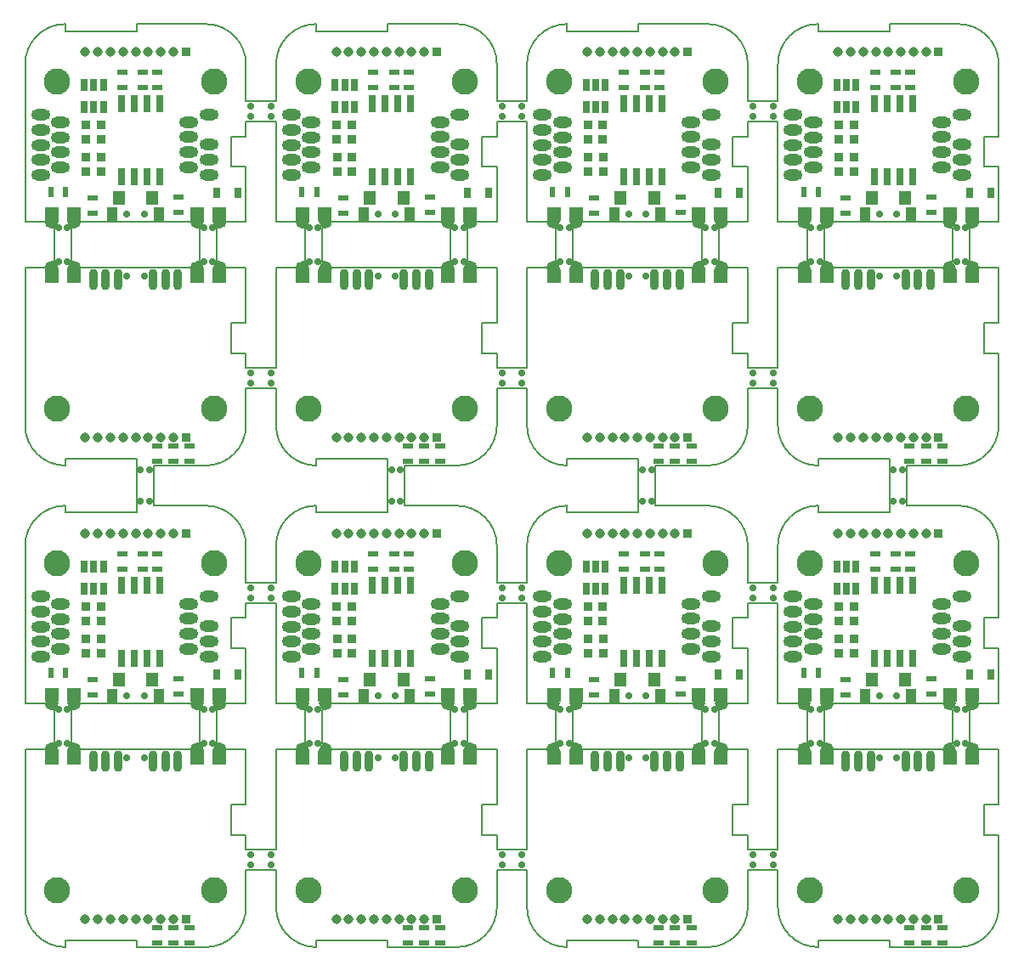
<source format=gbr>
%TF.GenerationSoftware,KiCad,Pcbnew,4.0.7*%
%TF.CreationDate,2018-06-19T18:29:04+03:00*%
%TF.ProjectId,TinyDiversityRX5808_panelized,54696E79446976657273697479525835,rev?*%
%TF.FileFunction,Soldermask,Bot*%
%FSLAX46Y46*%
G04 Gerber Fmt 4.6, Leading zero omitted, Abs format (unit mm)*
G04 Created by KiCad (PCBNEW 4.0.7) date 06/19/18 18:29:04*
%MOMM*%
%LPD*%
G01*
G04 APERTURE LIST*
%ADD10C,0.100000*%
%ADD11C,0.150000*%
%ADD12C,0.720000*%
%ADD13O,0.920000X2.120000*%
%ADD14R,1.320000X1.320000*%
%ADD15R,1.020000X0.620000*%
%ADD16R,0.970000X0.970000*%
%ADD17C,0.970000*%
%ADD18C,2.620000*%
%ADD19C,1.320000*%
%ADD20R,0.770000X1.820000*%
%ADD21O,1.920000X1.120000*%
%ADD22R,0.770000X1.180000*%
%ADD23R,0.620000X1.020000*%
%ADD24R,0.920000X0.870000*%
%ADD25R,1.270000X1.420000*%
%ADD26R,1.020000X1.320000*%
%ADD27R,0.720000X1.120000*%
G04 APERTURE END LIST*
D10*
D11*
X214900000Y-63750000D02*
X214900000Y-67750000D01*
X216600000Y-67750000D02*
X221800000Y-67750000D01*
X216600000Y-63750000D02*
X216600000Y-67750000D01*
X221800000Y-63750000D02*
X216600000Y-63750000D01*
X191600000Y-63750000D02*
X191600000Y-67750000D01*
X196800000Y-63750000D02*
X191600000Y-63750000D01*
X189900000Y-63750000D02*
X189900000Y-67750000D01*
X191600000Y-67750000D02*
X196800000Y-67750000D01*
X166600000Y-67750000D02*
X171800000Y-67750000D01*
X171800000Y-63750000D02*
X166600000Y-63750000D01*
X164900000Y-63750000D02*
X164900000Y-67750000D01*
X166600000Y-63750000D02*
X166600000Y-67750000D01*
X141600000Y-67750000D02*
X146800000Y-67750000D01*
X141600000Y-63750000D02*
X146800000Y-63750000D01*
X141600000Y-63750000D02*
X141600000Y-67750000D01*
X139900000Y-63750000D02*
X139900000Y-67750000D01*
X134300000Y-63050000D02*
X137300000Y-63050000D01*
X150800000Y-52550000D02*
X149300000Y-52550000D01*
X149300000Y-52550000D02*
X149300000Y-49550000D01*
X149300000Y-49550000D02*
X150800000Y-49550000D01*
X150800000Y-49550000D02*
X150800000Y-44050000D01*
X139900000Y-63750000D02*
X139900000Y-63050000D01*
X139900000Y-63050000D02*
X137300000Y-63050000D01*
X146800000Y-63750000D02*
G75*
G03X150800000Y-59750000I0J4000000D01*
G01*
X128800000Y-59750000D02*
G75*
G03X132800000Y-63750000I4000000J0D01*
G01*
X128800000Y-59750000D02*
X128800000Y-44050000D01*
X132800000Y-63750000D02*
X132800000Y-63050000D01*
X132800000Y-63050000D02*
X134300000Y-63050000D01*
X131400000Y-43450000D02*
G75*
G03X130800000Y-44050000I0J-600000D01*
G01*
X134300000Y-44050000D02*
G75*
G03X133700000Y-43450000I-600000J0D01*
G01*
X145900000Y-43450000D02*
G75*
G03X145300000Y-44050000I0J-600000D01*
G01*
X148800000Y-44050000D02*
G75*
G03X148200000Y-43450000I-600000J0D01*
G01*
X130800000Y-44050000D02*
X128800000Y-44050000D01*
X148800000Y-44050000D02*
X150800000Y-44050000D01*
X173800000Y-44050000D02*
X175800000Y-44050000D01*
X155800000Y-44050000D02*
X153800000Y-44050000D01*
X173800000Y-44050000D02*
G75*
G03X173200000Y-43450000I-600000J0D01*
G01*
X170900000Y-43450000D02*
G75*
G03X170300000Y-44050000I0J-600000D01*
G01*
X159300000Y-44050000D02*
G75*
G03X158700000Y-43450000I-600000J0D01*
G01*
X156400000Y-43450000D02*
G75*
G03X155800000Y-44050000I0J-600000D01*
G01*
X157800000Y-63050000D02*
X159300000Y-63050000D01*
X157800000Y-63750000D02*
X157800000Y-63050000D01*
X153800000Y-59750000D02*
G75*
G03X157800000Y-63750000I4000000J0D01*
G01*
X171800000Y-63750000D02*
G75*
G03X175800000Y-59750000I0J4000000D01*
G01*
X164900000Y-63050000D02*
X162300000Y-63050000D01*
X164900000Y-63750000D02*
X164900000Y-63050000D01*
X175800000Y-49550000D02*
X175800000Y-44050000D01*
X174300000Y-49550000D02*
X175800000Y-49550000D01*
X174300000Y-52550000D02*
X174300000Y-49550000D01*
X175800000Y-52550000D02*
X174300000Y-52550000D01*
X159300000Y-63050000D02*
X162300000Y-63050000D01*
X184300000Y-63050000D02*
X187300000Y-63050000D01*
X200800000Y-52550000D02*
X199300000Y-52550000D01*
X199300000Y-52550000D02*
X199300000Y-49550000D01*
X199300000Y-49550000D02*
X200800000Y-49550000D01*
X200800000Y-49550000D02*
X200800000Y-44050000D01*
X189900000Y-63750000D02*
X189900000Y-63050000D01*
X189900000Y-63050000D02*
X187300000Y-63050000D01*
X196800000Y-63750000D02*
G75*
G03X200800000Y-59750000I0J4000000D01*
G01*
X178800000Y-59750000D02*
G75*
G03X182800000Y-63750000I4000000J0D01*
G01*
X182800000Y-63750000D02*
X182800000Y-63050000D01*
X182800000Y-63050000D02*
X184300000Y-63050000D01*
X181400000Y-43450000D02*
G75*
G03X180800000Y-44050000I0J-600000D01*
G01*
X184300000Y-44050000D02*
G75*
G03X183700000Y-43450000I-600000J0D01*
G01*
X195900000Y-43450000D02*
G75*
G03X195300000Y-44050000I0J-600000D01*
G01*
X198800000Y-44050000D02*
G75*
G03X198200000Y-43450000I-600000J0D01*
G01*
X180800000Y-44050000D02*
X178800000Y-44050000D01*
X184300000Y-44050000D02*
X195300000Y-44050000D01*
X198800000Y-44050000D02*
X200800000Y-44050000D01*
X223800000Y-44050000D02*
X225800000Y-44050000D01*
X209300000Y-44050000D02*
X220300000Y-44050000D01*
X205800000Y-44050000D02*
X203800000Y-44050000D01*
X223800000Y-44050000D02*
G75*
G03X223200000Y-43450000I-600000J0D01*
G01*
X220900000Y-43450000D02*
G75*
G03X220300000Y-44050000I0J-600000D01*
G01*
X209300000Y-44050000D02*
G75*
G03X208700000Y-43450000I-600000J0D01*
G01*
X206400000Y-43450000D02*
G75*
G03X205800000Y-44050000I0J-600000D01*
G01*
X207800000Y-63050000D02*
X209300000Y-63050000D01*
X207800000Y-63750000D02*
X207800000Y-63050000D01*
X203800000Y-59750000D02*
G75*
G03X207800000Y-63750000I4000000J0D01*
G01*
X225800000Y-59750000D02*
X225800000Y-52550000D01*
X221800000Y-63750000D02*
G75*
G03X225800000Y-59750000I0J4000000D01*
G01*
X214900000Y-63050000D02*
X212300000Y-63050000D01*
X214900000Y-63750000D02*
X214900000Y-63050000D01*
X225800000Y-49550000D02*
X225800000Y-44050000D01*
X224300000Y-49550000D02*
X225800000Y-49550000D01*
X224300000Y-52550000D02*
X224300000Y-49550000D01*
X225800000Y-52550000D02*
X224300000Y-52550000D01*
X209300000Y-63050000D02*
X212300000Y-63050000D01*
X150800000Y-54050000D02*
X153800000Y-54050000D01*
X150800000Y-56050000D02*
X153800000Y-56050000D01*
X150800000Y-52550000D02*
X150800000Y-54050000D01*
X150800000Y-56050000D02*
X150800000Y-59750000D01*
X153800000Y-54050000D02*
X153800000Y-44050000D01*
X153800000Y-59750000D02*
X153800000Y-56050000D01*
X175800000Y-54050000D02*
X178800000Y-54050000D01*
X175800000Y-56050000D02*
X178800000Y-56050000D01*
X175800000Y-52550000D02*
X175800000Y-54050000D01*
X175800000Y-56050000D02*
X175800000Y-59750000D01*
X178800000Y-59750000D02*
X178800000Y-56050000D01*
X178800000Y-54050000D02*
X178800000Y-44050000D01*
X200800000Y-54050000D02*
X203800000Y-54050000D01*
X200800000Y-56050000D02*
X203800000Y-56050000D01*
X203800000Y-44050000D02*
X203800000Y-54050000D01*
X200800000Y-52550000D02*
X200800000Y-54050000D01*
X200800000Y-56050000D02*
X200800000Y-59750000D01*
X203800000Y-56050000D02*
X203800000Y-59750000D01*
X203800000Y-27450000D02*
X203800000Y-23750000D01*
X200800000Y-27450000D02*
X200800000Y-23750000D01*
X200800000Y-30950000D02*
X200800000Y-29450000D01*
X203800000Y-39450000D02*
X203800000Y-29450000D01*
X200800000Y-27450000D02*
X203800000Y-27450000D01*
X200800000Y-29450000D02*
X203800000Y-29450000D01*
X178800000Y-29450000D02*
X178800000Y-39450000D01*
X178800000Y-23750000D02*
X178800000Y-27450000D01*
X175800000Y-27450000D02*
X175800000Y-23750000D01*
X175800000Y-30950000D02*
X175800000Y-29450000D01*
X175800000Y-27450000D02*
X178800000Y-27450000D01*
X175800000Y-29450000D02*
X178800000Y-29450000D01*
X153800000Y-23750000D02*
X153800000Y-27450000D01*
X153800000Y-29450000D02*
X153800000Y-39450000D01*
X150800000Y-27450000D02*
X150800000Y-23750000D01*
X150800000Y-30950000D02*
X150800000Y-29450000D01*
X150800000Y-27450000D02*
X153800000Y-27450000D01*
X150800000Y-29450000D02*
X153800000Y-29450000D01*
X209300000Y-20450000D02*
X212300000Y-20450000D01*
X225800000Y-30950000D02*
X224300000Y-30950000D01*
X224300000Y-30950000D02*
X224300000Y-33950000D01*
X224300000Y-33950000D02*
X225800000Y-33950000D01*
X225800000Y-33950000D02*
X225800000Y-39450000D01*
X214900000Y-19750000D02*
X214900000Y-20450000D01*
X214900000Y-20450000D02*
X212300000Y-20450000D01*
X221800000Y-19750000D02*
G75*
G02X225800000Y-23750000I0J-4000000D01*
G01*
X225800000Y-23750000D02*
X225800000Y-30950000D01*
X221800000Y-19750000D02*
X214900000Y-19750000D01*
X203800000Y-23750000D02*
G75*
G02X207800000Y-19750000I4000000J0D01*
G01*
X207800000Y-19750000D02*
X207800000Y-20450000D01*
X207800000Y-20450000D02*
X209300000Y-20450000D01*
X206400000Y-40050000D02*
G75*
G02X205800000Y-39450000I0J600000D01*
G01*
X209300000Y-39450000D02*
G75*
G02X208700000Y-40050000I-600000J0D01*
G01*
X220900000Y-40050000D02*
G75*
G02X220300000Y-39450000I0J600000D01*
G01*
X223800000Y-39450000D02*
G75*
G02X223200000Y-40050000I-600000J0D01*
G01*
X205800000Y-39450000D02*
X203800000Y-39450000D01*
X209300000Y-39450000D02*
X220300000Y-39450000D01*
X223800000Y-39450000D02*
X225800000Y-39450000D01*
X198800000Y-39450000D02*
X200800000Y-39450000D01*
X184300000Y-39450000D02*
X195300000Y-39450000D01*
X180800000Y-39450000D02*
X178800000Y-39450000D01*
X198800000Y-39450000D02*
G75*
G02X198200000Y-40050000I-600000J0D01*
G01*
X195900000Y-40050000D02*
G75*
G02X195300000Y-39450000I0J600000D01*
G01*
X184300000Y-39450000D02*
G75*
G02X183700000Y-40050000I-600000J0D01*
G01*
X181400000Y-40050000D02*
G75*
G02X180800000Y-39450000I0J600000D01*
G01*
X182800000Y-20450000D02*
X184300000Y-20450000D01*
X182800000Y-19750000D02*
X182800000Y-20450000D01*
X178800000Y-23750000D02*
G75*
G02X182800000Y-19750000I4000000J0D01*
G01*
X196800000Y-19750000D02*
X189900000Y-19750000D01*
X196800000Y-19750000D02*
G75*
G02X200800000Y-23750000I0J-4000000D01*
G01*
X189900000Y-20450000D02*
X187300000Y-20450000D01*
X189900000Y-19750000D02*
X189900000Y-20450000D01*
X200800000Y-33950000D02*
X200800000Y-39450000D01*
X199300000Y-33950000D02*
X200800000Y-33950000D01*
X199300000Y-30950000D02*
X199300000Y-33950000D01*
X200800000Y-30950000D02*
X199300000Y-30950000D01*
X184300000Y-20450000D02*
X187300000Y-20450000D01*
X159300000Y-20450000D02*
X162300000Y-20450000D01*
X175800000Y-30950000D02*
X174300000Y-30950000D01*
X174300000Y-30950000D02*
X174300000Y-33950000D01*
X174300000Y-33950000D02*
X175800000Y-33950000D01*
X175800000Y-33950000D02*
X175800000Y-39450000D01*
X164900000Y-19750000D02*
X164900000Y-20450000D01*
X164900000Y-20450000D02*
X162300000Y-20450000D01*
X171800000Y-19750000D02*
G75*
G02X175800000Y-23750000I0J-4000000D01*
G01*
X153800000Y-23750000D02*
G75*
G02X157800000Y-19750000I4000000J0D01*
G01*
X157800000Y-19750000D02*
X157800000Y-20450000D01*
X157800000Y-20450000D02*
X159300000Y-20450000D01*
X156400000Y-40050000D02*
G75*
G02X155800000Y-39450000I0J600000D01*
G01*
X159300000Y-39450000D02*
G75*
G02X158700000Y-40050000I-600000J0D01*
G01*
X170900000Y-40050000D02*
G75*
G02X170300000Y-39450000I0J600000D01*
G01*
X173800000Y-39450000D02*
G75*
G02X173200000Y-40050000I-600000J0D01*
G01*
X155800000Y-39450000D02*
X153800000Y-39450000D01*
X159300000Y-39450000D02*
X170300000Y-39450000D01*
X173800000Y-39450000D02*
X175800000Y-39450000D01*
X148800000Y-39450000D02*
X150800000Y-39450000D01*
X134300000Y-39450000D02*
X145300000Y-39450000D01*
X130800000Y-39450000D02*
X128800000Y-39450000D01*
X148800000Y-39450000D02*
G75*
G02X148200000Y-40050000I-600000J0D01*
G01*
X145900000Y-40050000D02*
G75*
G02X145300000Y-39450000I0J600000D01*
G01*
X134300000Y-39450000D02*
G75*
G02X133700000Y-40050000I-600000J0D01*
G01*
X131400000Y-40050000D02*
G75*
G02X130800000Y-39450000I0J600000D01*
G01*
X132800000Y-20450000D02*
X134300000Y-20450000D01*
X132800000Y-19750000D02*
X132800000Y-20450000D01*
X128800000Y-23750000D02*
X128800000Y-39450000D01*
X128800000Y-23750000D02*
G75*
G02X132800000Y-19750000I4000000J0D01*
G01*
X146800000Y-19750000D02*
G75*
G02X150800000Y-23750000I0J-4000000D01*
G01*
X139900000Y-20450000D02*
X137300000Y-20450000D01*
X139900000Y-19750000D02*
X139900000Y-20450000D01*
X150800000Y-33950000D02*
X150800000Y-39450000D01*
X149300000Y-33950000D02*
X150800000Y-33950000D01*
X149300000Y-30950000D02*
X149300000Y-33950000D01*
X150800000Y-30950000D02*
X149300000Y-30950000D01*
X134300000Y-20450000D02*
X137300000Y-20450000D01*
X159300000Y-44050000D02*
X170300000Y-44050000D01*
X171800000Y-19750000D02*
X164900000Y-19750000D01*
X134300000Y-44050000D02*
X145300000Y-44050000D01*
X146800000Y-19750000D02*
X139900000Y-19750000D01*
X156400000Y-43450000D02*
X156700000Y-43450000D01*
X156700000Y-43450000D02*
X156700000Y-40050000D01*
X156700000Y-40050000D02*
X156400000Y-40050000D01*
X158700000Y-43450000D02*
X158400000Y-43450000D01*
X158400000Y-43450000D02*
X158400000Y-40050000D01*
X158400000Y-40050000D02*
X158700000Y-40050000D01*
X171200000Y-43450000D02*
X171200000Y-40050000D01*
X172900000Y-40050000D02*
X172900000Y-43450000D01*
X173200000Y-43450000D02*
X172900000Y-43450000D01*
X171200000Y-43450000D02*
X170900000Y-43450000D01*
X170900000Y-40050000D02*
X171200000Y-40050000D01*
X172900000Y-40050000D02*
X173200000Y-40050000D01*
X147900000Y-40050000D02*
X148200000Y-40050000D01*
X145900000Y-40050000D02*
X146200000Y-40050000D01*
X146200000Y-43450000D02*
X145900000Y-43450000D01*
X148200000Y-43450000D02*
X147900000Y-43450000D01*
X147900000Y-40050000D02*
X147900000Y-43450000D01*
X146200000Y-43450000D02*
X146200000Y-40050000D01*
X133400000Y-40050000D02*
X133700000Y-40050000D01*
X133400000Y-43450000D02*
X133400000Y-40050000D01*
X133700000Y-43450000D02*
X133400000Y-43450000D01*
X131700000Y-40050000D02*
X131400000Y-40050000D01*
X131700000Y-43450000D02*
X131700000Y-40050000D01*
X131400000Y-43450000D02*
X131700000Y-43450000D01*
X197900000Y-40050000D02*
X198200000Y-40050000D01*
X195900000Y-40050000D02*
X196200000Y-40050000D01*
X196200000Y-43450000D02*
X195900000Y-43450000D01*
X198200000Y-43450000D02*
X197900000Y-43450000D01*
X197900000Y-40050000D02*
X197900000Y-43450000D01*
X196200000Y-43450000D02*
X196200000Y-40050000D01*
X183400000Y-40050000D02*
X183700000Y-40050000D01*
X183400000Y-43450000D02*
X183400000Y-40050000D01*
X183700000Y-43450000D02*
X183400000Y-43450000D01*
X181700000Y-40050000D02*
X181400000Y-40050000D01*
X181700000Y-43450000D02*
X181700000Y-40050000D01*
X181400000Y-43450000D02*
X181700000Y-43450000D01*
X206400000Y-43450000D02*
X206700000Y-43450000D01*
X206700000Y-43450000D02*
X206700000Y-40050000D01*
X206700000Y-40050000D02*
X206400000Y-40050000D01*
X208700000Y-43450000D02*
X208400000Y-43450000D01*
X208400000Y-43450000D02*
X208400000Y-40050000D01*
X208400000Y-40050000D02*
X208700000Y-40050000D01*
X221200000Y-43450000D02*
X221200000Y-40050000D01*
X222900000Y-40050000D02*
X222900000Y-43450000D01*
X223200000Y-43450000D02*
X222900000Y-43450000D01*
X221200000Y-43450000D02*
X220900000Y-43450000D01*
X220900000Y-40050000D02*
X221200000Y-40050000D01*
X222900000Y-40050000D02*
X223200000Y-40050000D01*
X222900000Y-88050000D02*
X223200000Y-88050000D01*
X220900000Y-88050000D02*
X221200000Y-88050000D01*
X221200000Y-91450000D02*
X220900000Y-91450000D01*
X223200000Y-91450000D02*
X222900000Y-91450000D01*
X222900000Y-88050000D02*
X222900000Y-91450000D01*
X221200000Y-91450000D02*
X221200000Y-88050000D01*
X208400000Y-88050000D02*
X208700000Y-88050000D01*
X208400000Y-91450000D02*
X208400000Y-88050000D01*
X208700000Y-91450000D02*
X208400000Y-91450000D01*
X206700000Y-88050000D02*
X206400000Y-88050000D01*
X206700000Y-91450000D02*
X206700000Y-88050000D01*
X206400000Y-91450000D02*
X206700000Y-91450000D01*
X181400000Y-91450000D02*
X181700000Y-91450000D01*
X181700000Y-91450000D02*
X181700000Y-88050000D01*
X181700000Y-88050000D02*
X181400000Y-88050000D01*
X183700000Y-91450000D02*
X183400000Y-91450000D01*
X183400000Y-91450000D02*
X183400000Y-88050000D01*
X183400000Y-88050000D02*
X183700000Y-88050000D01*
X196200000Y-91450000D02*
X196200000Y-88050000D01*
X197900000Y-88050000D02*
X197900000Y-91450000D01*
X198200000Y-91450000D02*
X197900000Y-91450000D01*
X196200000Y-91450000D02*
X195900000Y-91450000D01*
X195900000Y-88050000D02*
X196200000Y-88050000D01*
X197900000Y-88050000D02*
X198200000Y-88050000D01*
X131400000Y-91450000D02*
X131700000Y-91450000D01*
X131700000Y-91450000D02*
X131700000Y-88050000D01*
X131700000Y-88050000D02*
X131400000Y-88050000D01*
X133700000Y-91450000D02*
X133400000Y-91450000D01*
X133400000Y-91450000D02*
X133400000Y-88050000D01*
X133400000Y-88050000D02*
X133700000Y-88050000D01*
X146200000Y-91450000D02*
X146200000Y-88050000D01*
X147900000Y-88050000D02*
X147900000Y-91450000D01*
X148200000Y-91450000D02*
X147900000Y-91450000D01*
X146200000Y-91450000D02*
X145900000Y-91450000D01*
X145900000Y-88050000D02*
X146200000Y-88050000D01*
X147900000Y-88050000D02*
X148200000Y-88050000D01*
X172900000Y-88050000D02*
X173200000Y-88050000D01*
X170900000Y-88050000D02*
X171200000Y-88050000D01*
X171200000Y-91450000D02*
X170900000Y-91450000D01*
X173200000Y-91450000D02*
X172900000Y-91450000D01*
X172900000Y-88050000D02*
X172900000Y-91450000D01*
X171200000Y-91450000D02*
X171200000Y-88050000D01*
X158400000Y-88050000D02*
X158700000Y-88050000D01*
X158400000Y-91450000D02*
X158400000Y-88050000D01*
X158700000Y-91450000D02*
X158400000Y-91450000D01*
X156700000Y-88050000D02*
X156400000Y-88050000D01*
X156700000Y-91450000D02*
X156700000Y-88050000D01*
X156400000Y-91450000D02*
X156700000Y-91450000D01*
X134300000Y-92050000D02*
X145300000Y-92050000D01*
X159300000Y-92050000D02*
X170300000Y-92050000D01*
X134300000Y-68450000D02*
X137300000Y-68450000D01*
X150800000Y-78950000D02*
X149300000Y-78950000D01*
X149300000Y-78950000D02*
X149300000Y-81950000D01*
X149300000Y-81950000D02*
X150800000Y-81950000D01*
X150800000Y-81950000D02*
X150800000Y-87450000D01*
X139900000Y-67750000D02*
X139900000Y-68450000D01*
X139900000Y-68450000D02*
X137300000Y-68450000D01*
X146800000Y-67750000D02*
G75*
G02X150800000Y-71750000I0J-4000000D01*
G01*
X128800000Y-71750000D02*
G75*
G02X132800000Y-67750000I4000000J0D01*
G01*
X128800000Y-71750000D02*
X128800000Y-87450000D01*
X132800000Y-67750000D02*
X132800000Y-68450000D01*
X132800000Y-68450000D02*
X134300000Y-68450000D01*
X131400000Y-88050000D02*
G75*
G02X130800000Y-87450000I0J600000D01*
G01*
X134300000Y-87450000D02*
G75*
G02X133700000Y-88050000I-600000J0D01*
G01*
X145900000Y-88050000D02*
G75*
G02X145300000Y-87450000I0J600000D01*
G01*
X148800000Y-87450000D02*
G75*
G02X148200000Y-88050000I-600000J0D01*
G01*
X130800000Y-87450000D02*
X128800000Y-87450000D01*
X134300000Y-87450000D02*
X145300000Y-87450000D01*
X148800000Y-87450000D02*
X150800000Y-87450000D01*
X173800000Y-87450000D02*
X175800000Y-87450000D01*
X159300000Y-87450000D02*
X170300000Y-87450000D01*
X155800000Y-87450000D02*
X153800000Y-87450000D01*
X173800000Y-87450000D02*
G75*
G02X173200000Y-88050000I-600000J0D01*
G01*
X170900000Y-88050000D02*
G75*
G02X170300000Y-87450000I0J600000D01*
G01*
X159300000Y-87450000D02*
G75*
G02X158700000Y-88050000I-600000J0D01*
G01*
X156400000Y-88050000D02*
G75*
G02X155800000Y-87450000I0J600000D01*
G01*
X157800000Y-68450000D02*
X159300000Y-68450000D01*
X157800000Y-67750000D02*
X157800000Y-68450000D01*
X153800000Y-71750000D02*
G75*
G02X157800000Y-67750000I4000000J0D01*
G01*
X171800000Y-67750000D02*
G75*
G02X175800000Y-71750000I0J-4000000D01*
G01*
X164900000Y-68450000D02*
X162300000Y-68450000D01*
X164900000Y-67750000D02*
X164900000Y-68450000D01*
X175800000Y-81950000D02*
X175800000Y-87450000D01*
X174300000Y-81950000D02*
X175800000Y-81950000D01*
X174300000Y-78950000D02*
X174300000Y-81950000D01*
X175800000Y-78950000D02*
X174300000Y-78950000D01*
X159300000Y-68450000D02*
X162300000Y-68450000D01*
X184300000Y-68450000D02*
X187300000Y-68450000D01*
X200800000Y-78950000D02*
X199300000Y-78950000D01*
X199300000Y-78950000D02*
X199300000Y-81950000D01*
X199300000Y-81950000D02*
X200800000Y-81950000D01*
X200800000Y-81950000D02*
X200800000Y-87450000D01*
X189900000Y-67750000D02*
X189900000Y-68450000D01*
X189900000Y-68450000D02*
X187300000Y-68450000D01*
X196800000Y-67750000D02*
G75*
G02X200800000Y-71750000I0J-4000000D01*
G01*
X178800000Y-71750000D02*
G75*
G02X182800000Y-67750000I4000000J0D01*
G01*
X182800000Y-67750000D02*
X182800000Y-68450000D01*
X182800000Y-68450000D02*
X184300000Y-68450000D01*
X181400000Y-88050000D02*
G75*
G02X180800000Y-87450000I0J600000D01*
G01*
X184300000Y-87450000D02*
G75*
G02X183700000Y-88050000I-600000J0D01*
G01*
X195900000Y-88050000D02*
G75*
G02X195300000Y-87450000I0J600000D01*
G01*
X198800000Y-87450000D02*
G75*
G02X198200000Y-88050000I-600000J0D01*
G01*
X180800000Y-87450000D02*
X178800000Y-87450000D01*
X184300000Y-87450000D02*
X195300000Y-87450000D01*
X198800000Y-87450000D02*
X200800000Y-87450000D01*
X223800000Y-87450000D02*
X225800000Y-87450000D01*
X209300000Y-87450000D02*
X220300000Y-87450000D01*
X205800000Y-87450000D02*
X203800000Y-87450000D01*
X223800000Y-87450000D02*
G75*
G02X223200000Y-88050000I-600000J0D01*
G01*
X220900000Y-88050000D02*
G75*
G02X220300000Y-87450000I0J600000D01*
G01*
X209300000Y-87450000D02*
G75*
G02X208700000Y-88050000I-600000J0D01*
G01*
X206400000Y-88050000D02*
G75*
G02X205800000Y-87450000I0J600000D01*
G01*
X207800000Y-68450000D02*
X209300000Y-68450000D01*
X207800000Y-67750000D02*
X207800000Y-68450000D01*
X203800000Y-71750000D02*
G75*
G02X207800000Y-67750000I4000000J0D01*
G01*
X225800000Y-71750000D02*
X225800000Y-78950000D01*
X221800000Y-67750000D02*
G75*
G02X225800000Y-71750000I0J-4000000D01*
G01*
X214900000Y-68450000D02*
X212300000Y-68450000D01*
X214900000Y-67750000D02*
X214900000Y-68450000D01*
X225800000Y-81950000D02*
X225800000Y-87450000D01*
X224300000Y-81950000D02*
X225800000Y-81950000D01*
X224300000Y-78950000D02*
X224300000Y-81950000D01*
X225800000Y-78950000D02*
X224300000Y-78950000D01*
X209300000Y-68450000D02*
X212300000Y-68450000D01*
X150800000Y-77450000D02*
X153800000Y-77450000D01*
X150800000Y-75450000D02*
X153800000Y-75450000D01*
X150800000Y-78950000D02*
X150800000Y-77450000D01*
X150800000Y-75450000D02*
X150800000Y-71750000D01*
X153800000Y-77450000D02*
X153800000Y-87450000D01*
X153800000Y-71750000D02*
X153800000Y-75450000D01*
X175800000Y-77450000D02*
X178800000Y-77450000D01*
X175800000Y-75450000D02*
X178800000Y-75450000D01*
X175800000Y-78950000D02*
X175800000Y-77450000D01*
X175800000Y-75450000D02*
X175800000Y-71750000D01*
X178800000Y-71750000D02*
X178800000Y-75450000D01*
X178800000Y-77450000D02*
X178800000Y-87450000D01*
X200800000Y-77450000D02*
X203800000Y-77450000D01*
X200800000Y-75450000D02*
X203800000Y-75450000D01*
X203800000Y-87450000D02*
X203800000Y-77450000D01*
X200800000Y-78950000D02*
X200800000Y-77450000D01*
X200800000Y-75450000D02*
X200800000Y-71750000D01*
X203800000Y-75450000D02*
X203800000Y-71750000D01*
X203800000Y-104050000D02*
X203800000Y-107750000D01*
X200800000Y-104050000D02*
X200800000Y-107750000D01*
X200800000Y-100550000D02*
X200800000Y-102050000D01*
X203800000Y-92050000D02*
X203800000Y-102050000D01*
X200800000Y-104050000D02*
X203800000Y-104050000D01*
X200800000Y-102050000D02*
X203800000Y-102050000D01*
X178800000Y-102050000D02*
X178800000Y-92050000D01*
X178800000Y-107750000D02*
X178800000Y-104050000D01*
X175800000Y-104050000D02*
X175800000Y-107750000D01*
X175800000Y-100550000D02*
X175800000Y-102050000D01*
X175800000Y-104050000D02*
X178800000Y-104050000D01*
X175800000Y-102050000D02*
X178800000Y-102050000D01*
X153800000Y-107750000D02*
X153800000Y-104050000D01*
X153800000Y-102050000D02*
X153800000Y-92050000D01*
X150800000Y-104050000D02*
X150800000Y-107750000D01*
X150800000Y-100550000D02*
X150800000Y-102050000D01*
X150800000Y-104050000D02*
X153800000Y-104050000D01*
X150800000Y-102050000D02*
X153800000Y-102050000D01*
X209300000Y-111050000D02*
X212300000Y-111050000D01*
X225800000Y-100550000D02*
X224300000Y-100550000D01*
X224300000Y-100550000D02*
X224300000Y-97550000D01*
X224300000Y-97550000D02*
X225800000Y-97550000D01*
X225800000Y-97550000D02*
X225800000Y-92050000D01*
X214900000Y-111750000D02*
X214900000Y-111050000D01*
X214900000Y-111050000D02*
X212300000Y-111050000D01*
X221800000Y-111750000D02*
G75*
G03X225800000Y-107750000I0J4000000D01*
G01*
X225800000Y-107750000D02*
X225800000Y-100550000D01*
X221800000Y-111750000D02*
X214900000Y-111750000D01*
X203800000Y-107750000D02*
G75*
G03X207800000Y-111750000I4000000J0D01*
G01*
X207800000Y-111750000D02*
X207800000Y-111050000D01*
X207800000Y-111050000D02*
X209300000Y-111050000D01*
X206400000Y-91450000D02*
G75*
G03X205800000Y-92050000I0J-600000D01*
G01*
X209300000Y-92050000D02*
G75*
G03X208700000Y-91450000I-600000J0D01*
G01*
X220900000Y-91450000D02*
G75*
G03X220300000Y-92050000I0J-600000D01*
G01*
X223800000Y-92050000D02*
G75*
G03X223200000Y-91450000I-600000J0D01*
G01*
X205800000Y-92050000D02*
X203800000Y-92050000D01*
X209300000Y-92050000D02*
X220300000Y-92050000D01*
X223800000Y-92050000D02*
X225800000Y-92050000D01*
X198800000Y-92050000D02*
X200800000Y-92050000D01*
X184300000Y-92050000D02*
X195300000Y-92050000D01*
X180800000Y-92050000D02*
X178800000Y-92050000D01*
X198800000Y-92050000D02*
G75*
G03X198200000Y-91450000I-600000J0D01*
G01*
X195900000Y-91450000D02*
G75*
G03X195300000Y-92050000I0J-600000D01*
G01*
X184300000Y-92050000D02*
G75*
G03X183700000Y-91450000I-600000J0D01*
G01*
X181400000Y-91450000D02*
G75*
G03X180800000Y-92050000I0J-600000D01*
G01*
X182800000Y-111050000D02*
X184300000Y-111050000D01*
X182800000Y-111750000D02*
X182800000Y-111050000D01*
X178800000Y-107750000D02*
G75*
G03X182800000Y-111750000I4000000J0D01*
G01*
X196800000Y-111750000D02*
X189900000Y-111750000D01*
X196800000Y-111750000D02*
G75*
G03X200800000Y-107750000I0J4000000D01*
G01*
X189900000Y-111050000D02*
X187300000Y-111050000D01*
X189900000Y-111750000D02*
X189900000Y-111050000D01*
X200800000Y-97550000D02*
X200800000Y-92050000D01*
X199300000Y-97550000D02*
X200800000Y-97550000D01*
X199300000Y-100550000D02*
X199300000Y-97550000D01*
X200800000Y-100550000D02*
X199300000Y-100550000D01*
X184300000Y-111050000D02*
X187300000Y-111050000D01*
X159300000Y-111050000D02*
X162300000Y-111050000D01*
X175800000Y-100550000D02*
X174300000Y-100550000D01*
X174300000Y-100550000D02*
X174300000Y-97550000D01*
X174300000Y-97550000D02*
X175800000Y-97550000D01*
X175800000Y-97550000D02*
X175800000Y-92050000D01*
X164900000Y-111750000D02*
X164900000Y-111050000D01*
X164900000Y-111050000D02*
X162300000Y-111050000D01*
X171800000Y-111750000D02*
G75*
G03X175800000Y-107750000I0J4000000D01*
G01*
X171800000Y-111750000D02*
X164900000Y-111750000D01*
X153800000Y-107750000D02*
G75*
G03X157800000Y-111750000I4000000J0D01*
G01*
X157800000Y-111750000D02*
X157800000Y-111050000D01*
X157800000Y-111050000D02*
X159300000Y-111050000D01*
X156400000Y-91450000D02*
G75*
G03X155800000Y-92050000I0J-600000D01*
G01*
X159300000Y-92050000D02*
G75*
G03X158700000Y-91450000I-600000J0D01*
G01*
X170900000Y-91450000D02*
G75*
G03X170300000Y-92050000I0J-600000D01*
G01*
X173800000Y-92050000D02*
G75*
G03X173200000Y-91450000I-600000J0D01*
G01*
X155800000Y-92050000D02*
X153800000Y-92050000D01*
X173800000Y-92050000D02*
X175800000Y-92050000D01*
X148800000Y-92050000D02*
X150800000Y-92050000D01*
X130800000Y-92050000D02*
X128800000Y-92050000D01*
X148800000Y-92050000D02*
G75*
G03X148200000Y-91450000I-600000J0D01*
G01*
X145900000Y-91450000D02*
G75*
G03X145300000Y-92050000I0J-600000D01*
G01*
X134300000Y-92050000D02*
G75*
G03X133700000Y-91450000I-600000J0D01*
G01*
X131400000Y-91450000D02*
G75*
G03X130800000Y-92050000I0J-600000D01*
G01*
X132800000Y-111050000D02*
X134300000Y-111050000D01*
X132800000Y-111750000D02*
X132800000Y-111050000D01*
X128800000Y-107750000D02*
X128800000Y-92050000D01*
X128800000Y-107750000D02*
G75*
G03X132800000Y-111750000I4000000J0D01*
G01*
X146800000Y-111750000D02*
X139900000Y-111750000D01*
X146800000Y-111750000D02*
G75*
G03X150800000Y-107750000I0J4000000D01*
G01*
X139900000Y-111050000D02*
X137300000Y-111050000D01*
X139900000Y-111750000D02*
X139900000Y-111050000D01*
X150800000Y-97550000D02*
X150800000Y-92050000D01*
X149300000Y-97550000D02*
X150800000Y-97550000D01*
X149300000Y-100550000D02*
X149300000Y-97550000D01*
X150800000Y-100550000D02*
X149300000Y-100550000D01*
X134300000Y-111050000D02*
X137300000Y-111050000D01*
D12*
X190300000Y-64150000D03*
X191200000Y-64150000D03*
X191200000Y-67350000D03*
X190300000Y-67350000D03*
X215300000Y-67350000D03*
X216200000Y-67350000D03*
X216200000Y-64150000D03*
X215300000Y-64150000D03*
X165300000Y-64150000D03*
X166200000Y-64150000D03*
X166200000Y-67350000D03*
X165300000Y-67350000D03*
X140300000Y-67350000D03*
X141200000Y-67350000D03*
X141200000Y-64150000D03*
X140300000Y-64150000D03*
D13*
X144025000Y-45250000D03*
X142775000Y-45250000D03*
X141525000Y-45250000D03*
X135575000Y-45250000D03*
X136825000Y-45250000D03*
X138075000Y-45250000D03*
D14*
X131460000Y-44850000D03*
X133660000Y-44850000D03*
X148130000Y-44850000D03*
X145930000Y-44850000D03*
D15*
X145175000Y-61825000D03*
X145175000Y-63325000D03*
X143550000Y-61825000D03*
X143550000Y-63325000D03*
X141925000Y-61825000D03*
X141925000Y-63325000D03*
D16*
X144800000Y-61000000D03*
D17*
X143550000Y-61000000D03*
X142300000Y-61000000D03*
X141050000Y-61000000D03*
X139800000Y-61000000D03*
X138550000Y-61000000D03*
X137300000Y-61000000D03*
X136050000Y-61000000D03*
X134800000Y-61000000D03*
D18*
X132000000Y-58050000D03*
X147600000Y-58050000D03*
D19*
X131425000Y-44075000D03*
X133700000Y-44075000D03*
X145900000Y-44075000D03*
X148150000Y-44075000D03*
D12*
X138950000Y-44840000D03*
X140650000Y-44840000D03*
X163950000Y-44840000D03*
X165650000Y-44840000D03*
D19*
X173150000Y-44075000D03*
X170900000Y-44075000D03*
X158700000Y-44075000D03*
X156425000Y-44075000D03*
D18*
X172600000Y-58050000D03*
X157000000Y-58050000D03*
D16*
X169800000Y-61000000D03*
D17*
X168550000Y-61000000D03*
X167300000Y-61000000D03*
X166050000Y-61000000D03*
X164800000Y-61000000D03*
X163550000Y-61000000D03*
X162300000Y-61000000D03*
X161050000Y-61000000D03*
X159800000Y-61000000D03*
D15*
X166925000Y-61825000D03*
X166925000Y-63325000D03*
X168550000Y-61825000D03*
X168550000Y-63325000D03*
X170175000Y-61825000D03*
X170175000Y-63325000D03*
D14*
X173130000Y-44850000D03*
X170930000Y-44850000D03*
X156460000Y-44850000D03*
X158660000Y-44850000D03*
D13*
X160575000Y-45250000D03*
X161825000Y-45250000D03*
X163075000Y-45250000D03*
X169025000Y-45250000D03*
X167775000Y-45250000D03*
X166525000Y-45250000D03*
X194025000Y-45250000D03*
X192775000Y-45250000D03*
X191525000Y-45250000D03*
X185575000Y-45250000D03*
X186825000Y-45250000D03*
X188075000Y-45250000D03*
D14*
X181460000Y-44850000D03*
X183660000Y-44850000D03*
X198130000Y-44850000D03*
X195930000Y-44850000D03*
D15*
X195175000Y-61825000D03*
X195175000Y-63325000D03*
X193550000Y-61825000D03*
X193550000Y-63325000D03*
X191925000Y-61825000D03*
X191925000Y-63325000D03*
D16*
X194800000Y-61000000D03*
D17*
X193550000Y-61000000D03*
X192300000Y-61000000D03*
X191050000Y-61000000D03*
X189800000Y-61000000D03*
X188550000Y-61000000D03*
X187300000Y-61000000D03*
X186050000Y-61000000D03*
X184800000Y-61000000D03*
D18*
X182000000Y-58050000D03*
X197600000Y-58050000D03*
D19*
X181425000Y-44075000D03*
X183700000Y-44075000D03*
X195900000Y-44075000D03*
X198150000Y-44075000D03*
D12*
X188950000Y-44840000D03*
X190650000Y-44840000D03*
X213950000Y-44840000D03*
X215650000Y-44840000D03*
D19*
X223150000Y-44075000D03*
X220900000Y-44075000D03*
X208700000Y-44075000D03*
X206425000Y-44075000D03*
D18*
X222600000Y-58050000D03*
X207000000Y-58050000D03*
D16*
X219800000Y-61000000D03*
D17*
X218550000Y-61000000D03*
X217300000Y-61000000D03*
X216050000Y-61000000D03*
X214800000Y-61000000D03*
X213550000Y-61000000D03*
X212300000Y-61000000D03*
X211050000Y-61000000D03*
X209800000Y-61000000D03*
D15*
X216925000Y-61825000D03*
X216925000Y-63325000D03*
X218550000Y-61825000D03*
X218550000Y-63325000D03*
X220175000Y-61825000D03*
X220175000Y-63325000D03*
D14*
X223130000Y-44850000D03*
X220930000Y-44850000D03*
X206460000Y-44850000D03*
X208660000Y-44850000D03*
D13*
X210575000Y-45250000D03*
X211825000Y-45250000D03*
X213075000Y-45250000D03*
X219025000Y-45250000D03*
X217775000Y-45250000D03*
X216525000Y-45250000D03*
D12*
X151300000Y-54550000D03*
X151300000Y-55550000D03*
X153300000Y-55550000D03*
X153300000Y-54550000D03*
X176300000Y-54550000D03*
X176300000Y-55550000D03*
X178300000Y-54550000D03*
X178300000Y-55550000D03*
X201300000Y-54550000D03*
X201300000Y-55550000D03*
X203300000Y-55550000D03*
X203300000Y-54550000D03*
X203300000Y-28950000D03*
X203300000Y-27950000D03*
X201300000Y-27950000D03*
X201300000Y-28950000D03*
X178300000Y-27950000D03*
X178300000Y-28950000D03*
X176300000Y-27950000D03*
X176300000Y-28950000D03*
X153300000Y-28950000D03*
X153300000Y-27950000D03*
X151300000Y-27950000D03*
X151300000Y-28950000D03*
D20*
X213405000Y-27670000D03*
X214675000Y-27670000D03*
X215945000Y-27670000D03*
X217215000Y-27670000D03*
X217215000Y-34970000D03*
X215945000Y-34970000D03*
X214675000Y-34970000D03*
X213405000Y-34970000D03*
D21*
X207325000Y-34050000D03*
X207325000Y-32550000D03*
X207325000Y-29550000D03*
X207325000Y-31050000D03*
X205325000Y-34800000D03*
X205325000Y-28800000D03*
X205325000Y-30300000D03*
X205325000Y-33300000D03*
X205325000Y-31800000D03*
X220125000Y-29525000D03*
X220125000Y-31025000D03*
X220125000Y-34025000D03*
X220125000Y-32525000D03*
X222125000Y-28775000D03*
X222125000Y-34775000D03*
X222125000Y-33275000D03*
X222125000Y-31775000D03*
D22*
X211590000Y-27990000D03*
X210640000Y-27990000D03*
X209690000Y-27990000D03*
X209690000Y-25790000D03*
X211590000Y-25790000D03*
X210640000Y-25790000D03*
D15*
X213460000Y-24580000D03*
X213460000Y-26080000D03*
D23*
X207850000Y-36450000D03*
X206350000Y-36450000D03*
D15*
X219100000Y-37000000D03*
X219100000Y-38500000D03*
X210500000Y-37100000D03*
X210500000Y-38600000D03*
X215540000Y-24540000D03*
X215540000Y-26040000D03*
D24*
X211370000Y-33050000D03*
X209870000Y-33050000D03*
X211370000Y-34430000D03*
X209870000Y-34430000D03*
X209860000Y-31210000D03*
X211360000Y-31210000D03*
X209860000Y-29830000D03*
X211360000Y-29830000D03*
D16*
X219800000Y-22500000D03*
D17*
X218550000Y-22500000D03*
X217300000Y-22500000D03*
X216050000Y-22500000D03*
X214800000Y-22500000D03*
X213550000Y-22500000D03*
X212300000Y-22500000D03*
X211050000Y-22500000D03*
X209800000Y-22500000D03*
D14*
X206460000Y-38650000D03*
X208660000Y-38650000D03*
X223130000Y-38650000D03*
X220930000Y-38650000D03*
D18*
X207000000Y-25450000D03*
X222600000Y-25450000D03*
D19*
X206425000Y-39425000D03*
X208700000Y-39425000D03*
X220900000Y-39425000D03*
X223150000Y-39425000D03*
D12*
X213950000Y-38660000D03*
D25*
X216475000Y-37110000D03*
X213125000Y-37110000D03*
D26*
X212500000Y-38660000D03*
X217100000Y-38660000D03*
D12*
X215650000Y-38660000D03*
D15*
X216990000Y-24540000D03*
X216990000Y-26040000D03*
D27*
X222880000Y-36570000D03*
X224980000Y-36570000D03*
X197880000Y-36570000D03*
X199980000Y-36570000D03*
D15*
X191990000Y-24540000D03*
X191990000Y-26040000D03*
D12*
X188950000Y-38660000D03*
D25*
X191475000Y-37110000D03*
X188125000Y-37110000D03*
D26*
X187500000Y-38660000D03*
X192100000Y-38660000D03*
D12*
X190650000Y-38660000D03*
D19*
X198150000Y-39425000D03*
X195900000Y-39425000D03*
X183700000Y-39425000D03*
X181425000Y-39425000D03*
D18*
X197600000Y-25450000D03*
X182000000Y-25450000D03*
D14*
X198130000Y-38650000D03*
X195930000Y-38650000D03*
X181460000Y-38650000D03*
X183660000Y-38650000D03*
D16*
X194800000Y-22500000D03*
D17*
X193550000Y-22500000D03*
X192300000Y-22500000D03*
X191050000Y-22500000D03*
X189800000Y-22500000D03*
X188550000Y-22500000D03*
X187300000Y-22500000D03*
X186050000Y-22500000D03*
X184800000Y-22500000D03*
D24*
X184860000Y-29830000D03*
X186360000Y-29830000D03*
X184860000Y-31210000D03*
X186360000Y-31210000D03*
X186370000Y-34430000D03*
X184870000Y-34430000D03*
X186370000Y-33050000D03*
X184870000Y-33050000D03*
D15*
X190540000Y-24540000D03*
X190540000Y-26040000D03*
X185500000Y-37100000D03*
X185500000Y-38600000D03*
X194100000Y-37000000D03*
X194100000Y-38500000D03*
D23*
X182850000Y-36450000D03*
X181350000Y-36450000D03*
D15*
X188460000Y-24580000D03*
X188460000Y-26080000D03*
D22*
X186590000Y-27990000D03*
X185640000Y-27990000D03*
X184690000Y-27990000D03*
X184690000Y-25790000D03*
X186590000Y-25790000D03*
X185640000Y-25790000D03*
D21*
X195125000Y-29525000D03*
X195125000Y-31025000D03*
X195125000Y-34025000D03*
X195125000Y-32525000D03*
X197125000Y-28775000D03*
X197125000Y-34775000D03*
X197125000Y-33275000D03*
X197125000Y-31775000D03*
X182325000Y-34050000D03*
X182325000Y-32550000D03*
X182325000Y-29550000D03*
X182325000Y-31050000D03*
X180325000Y-34800000D03*
X180325000Y-28800000D03*
X180325000Y-30300000D03*
X180325000Y-33300000D03*
X180325000Y-31800000D03*
D20*
X188405000Y-27670000D03*
X189675000Y-27670000D03*
X190945000Y-27670000D03*
X192215000Y-27670000D03*
X192215000Y-34970000D03*
X190945000Y-34970000D03*
X189675000Y-34970000D03*
X188405000Y-34970000D03*
X163405000Y-27670000D03*
X164675000Y-27670000D03*
X165945000Y-27670000D03*
X167215000Y-27670000D03*
X167215000Y-34970000D03*
X165945000Y-34970000D03*
X164675000Y-34970000D03*
X163405000Y-34970000D03*
D21*
X157325000Y-34050000D03*
X157325000Y-32550000D03*
X157325000Y-29550000D03*
X157325000Y-31050000D03*
X155325000Y-34800000D03*
X155325000Y-28800000D03*
X155325000Y-30300000D03*
X155325000Y-33300000D03*
X155325000Y-31800000D03*
X170125000Y-29525000D03*
X170125000Y-31025000D03*
X170125000Y-34025000D03*
X170125000Y-32525000D03*
X172125000Y-28775000D03*
X172125000Y-34775000D03*
X172125000Y-33275000D03*
X172125000Y-31775000D03*
D22*
X161590000Y-27990000D03*
X160640000Y-27990000D03*
X159690000Y-27990000D03*
X159690000Y-25790000D03*
X161590000Y-25790000D03*
X160640000Y-25790000D03*
D15*
X163460000Y-24580000D03*
X163460000Y-26080000D03*
D23*
X157850000Y-36450000D03*
X156350000Y-36450000D03*
D15*
X169100000Y-37000000D03*
X169100000Y-38500000D03*
X160500000Y-37100000D03*
X160500000Y-38600000D03*
X165540000Y-24540000D03*
X165540000Y-26040000D03*
D24*
X161370000Y-33050000D03*
X159870000Y-33050000D03*
X161370000Y-34430000D03*
X159870000Y-34430000D03*
X159860000Y-31210000D03*
X161360000Y-31210000D03*
X159860000Y-29830000D03*
X161360000Y-29830000D03*
D16*
X169800000Y-22500000D03*
D17*
X168550000Y-22500000D03*
X167300000Y-22500000D03*
X166050000Y-22500000D03*
X164800000Y-22500000D03*
X163550000Y-22500000D03*
X162300000Y-22500000D03*
X161050000Y-22500000D03*
X159800000Y-22500000D03*
D14*
X156460000Y-38650000D03*
X158660000Y-38650000D03*
X173130000Y-38650000D03*
X170930000Y-38650000D03*
D18*
X157000000Y-25450000D03*
X172600000Y-25450000D03*
D19*
X156425000Y-39425000D03*
X158700000Y-39425000D03*
X170900000Y-39425000D03*
X173150000Y-39425000D03*
D12*
X163950000Y-38660000D03*
D25*
X166475000Y-37110000D03*
X163125000Y-37110000D03*
D26*
X162500000Y-38660000D03*
X167100000Y-38660000D03*
D12*
X165650000Y-38660000D03*
D15*
X166990000Y-24540000D03*
X166990000Y-26040000D03*
D27*
X172880000Y-36570000D03*
X174980000Y-36570000D03*
X147880000Y-36570000D03*
X149980000Y-36570000D03*
D15*
X141990000Y-24540000D03*
X141990000Y-26040000D03*
D12*
X138950000Y-38660000D03*
D25*
X141475000Y-37110000D03*
X138125000Y-37110000D03*
D26*
X137500000Y-38660000D03*
X142100000Y-38660000D03*
D12*
X140650000Y-38660000D03*
D19*
X148150000Y-39425000D03*
X145900000Y-39425000D03*
X133700000Y-39425000D03*
X131425000Y-39425000D03*
D18*
X147600000Y-25450000D03*
X132000000Y-25450000D03*
D14*
X148130000Y-38650000D03*
X145930000Y-38650000D03*
X131460000Y-38650000D03*
X133660000Y-38650000D03*
D16*
X144800000Y-22500000D03*
D17*
X143550000Y-22500000D03*
X142300000Y-22500000D03*
X141050000Y-22500000D03*
X139800000Y-22500000D03*
X138550000Y-22500000D03*
X137300000Y-22500000D03*
X136050000Y-22500000D03*
X134800000Y-22500000D03*
D24*
X134860000Y-29830000D03*
X136360000Y-29830000D03*
X134860000Y-31210000D03*
X136360000Y-31210000D03*
X136370000Y-34430000D03*
X134870000Y-34430000D03*
X136370000Y-33050000D03*
X134870000Y-33050000D03*
D15*
X140540000Y-24540000D03*
X140540000Y-26040000D03*
X135500000Y-37100000D03*
X135500000Y-38600000D03*
X144100000Y-37000000D03*
X144100000Y-38500000D03*
D23*
X132850000Y-36450000D03*
X131350000Y-36450000D03*
D15*
X138460000Y-24580000D03*
X138460000Y-26080000D03*
D22*
X136590000Y-27990000D03*
X135640000Y-27990000D03*
X134690000Y-27990000D03*
X134690000Y-25790000D03*
X136590000Y-25790000D03*
X135640000Y-25790000D03*
D21*
X145125000Y-29525000D03*
X145125000Y-31025000D03*
X145125000Y-34025000D03*
X145125000Y-32525000D03*
X147125000Y-28775000D03*
X147125000Y-34775000D03*
X147125000Y-33275000D03*
X147125000Y-31775000D03*
X132325000Y-34050000D03*
X132325000Y-32550000D03*
X132325000Y-29550000D03*
X132325000Y-31050000D03*
X130325000Y-34800000D03*
X130325000Y-28800000D03*
X130325000Y-30300000D03*
X130325000Y-33300000D03*
X130325000Y-31800000D03*
D20*
X138405000Y-27670000D03*
X139675000Y-27670000D03*
X140945000Y-27670000D03*
X142215000Y-27670000D03*
X142215000Y-34970000D03*
X140945000Y-34970000D03*
X139675000Y-34970000D03*
X138405000Y-34970000D03*
D12*
X132100000Y-43450000D03*
X133000000Y-43450000D03*
X132100000Y-40050000D03*
X133000000Y-40050000D03*
X146600000Y-40050000D03*
X147500000Y-40050000D03*
X146600000Y-43450000D03*
X147500000Y-43450000D03*
X157100000Y-40050000D03*
X158000000Y-40050000D03*
X157100000Y-43450000D03*
X158000000Y-43450000D03*
X171600000Y-43450000D03*
X172500000Y-43450000D03*
X172500000Y-40050000D03*
X171600000Y-40050000D03*
X182100000Y-40050000D03*
X183000000Y-40050000D03*
X183000000Y-43450000D03*
X182100000Y-43450000D03*
X196600000Y-43450000D03*
X197500000Y-43450000D03*
X197500000Y-40050000D03*
X196600000Y-40050000D03*
X207100000Y-40050000D03*
X208000000Y-40050000D03*
X208000000Y-43450000D03*
X207100000Y-43450000D03*
X221600000Y-43450000D03*
X222500000Y-43450000D03*
X222500000Y-40050000D03*
X221600000Y-40050000D03*
X221600000Y-88050000D03*
X222500000Y-88050000D03*
X222500000Y-91450000D03*
X221600000Y-91450000D03*
X207100000Y-91450000D03*
X208000000Y-91450000D03*
X208000000Y-88050000D03*
X207100000Y-88050000D03*
X196600000Y-88050000D03*
X197500000Y-88050000D03*
X197500000Y-91450000D03*
X196600000Y-91450000D03*
X182100000Y-91450000D03*
X183000000Y-91450000D03*
X183000000Y-88050000D03*
X182100000Y-88050000D03*
X171600000Y-88050000D03*
X172500000Y-88050000D03*
X172500000Y-91450000D03*
X171600000Y-91450000D03*
X158000000Y-91450000D03*
X157100000Y-91450000D03*
X158000000Y-88050000D03*
X157100000Y-88050000D03*
X147500000Y-91450000D03*
X146600000Y-91450000D03*
X147500000Y-88050000D03*
X146600000Y-88050000D03*
X133000000Y-88050000D03*
X132100000Y-88050000D03*
X133000000Y-91450000D03*
X132100000Y-91450000D03*
D20*
X138405000Y-75670000D03*
X139675000Y-75670000D03*
X140945000Y-75670000D03*
X142215000Y-75670000D03*
X142215000Y-82970000D03*
X140945000Y-82970000D03*
X139675000Y-82970000D03*
X138405000Y-82970000D03*
D21*
X132325000Y-82050000D03*
X132325000Y-80550000D03*
X132325000Y-77550000D03*
X132325000Y-79050000D03*
X130325000Y-82800000D03*
X130325000Y-76800000D03*
X130325000Y-78300000D03*
X130325000Y-81300000D03*
X130325000Y-79800000D03*
X145125000Y-77525000D03*
X145125000Y-79025000D03*
X145125000Y-82025000D03*
X145125000Y-80525000D03*
X147125000Y-76775000D03*
X147125000Y-82775000D03*
X147125000Y-81275000D03*
X147125000Y-79775000D03*
D22*
X136590000Y-75990000D03*
X135640000Y-75990000D03*
X134690000Y-75990000D03*
X134690000Y-73790000D03*
X136590000Y-73790000D03*
X135640000Y-73790000D03*
D15*
X138460000Y-72580000D03*
X138460000Y-74080000D03*
D23*
X132850000Y-84450000D03*
X131350000Y-84450000D03*
D15*
X144100000Y-85000000D03*
X144100000Y-86500000D03*
X135500000Y-85100000D03*
X135500000Y-86600000D03*
X140540000Y-72540000D03*
X140540000Y-74040000D03*
D24*
X136370000Y-81050000D03*
X134870000Y-81050000D03*
X136370000Y-82430000D03*
X134870000Y-82430000D03*
X134860000Y-79210000D03*
X136360000Y-79210000D03*
X134860000Y-77830000D03*
X136360000Y-77830000D03*
D16*
X144800000Y-70500000D03*
D17*
X143550000Y-70500000D03*
X142300000Y-70500000D03*
X141050000Y-70500000D03*
X139800000Y-70500000D03*
X138550000Y-70500000D03*
X137300000Y-70500000D03*
X136050000Y-70500000D03*
X134800000Y-70500000D03*
D14*
X131460000Y-86650000D03*
X133660000Y-86650000D03*
X148130000Y-86650000D03*
X145930000Y-86650000D03*
D18*
X132000000Y-73450000D03*
X147600000Y-73450000D03*
D19*
X131425000Y-87425000D03*
X133700000Y-87425000D03*
X145900000Y-87425000D03*
X148150000Y-87425000D03*
D12*
X138950000Y-86660000D03*
D25*
X141475000Y-85110000D03*
X138125000Y-85110000D03*
D26*
X137500000Y-86660000D03*
X142100000Y-86660000D03*
D12*
X140650000Y-86660000D03*
D15*
X141990000Y-72540000D03*
X141990000Y-74040000D03*
D27*
X147880000Y-84570000D03*
X149980000Y-84570000D03*
X172880000Y-84570000D03*
X174980000Y-84570000D03*
D15*
X166990000Y-72540000D03*
X166990000Y-74040000D03*
D12*
X163950000Y-86660000D03*
D25*
X166475000Y-85110000D03*
X163125000Y-85110000D03*
D26*
X162500000Y-86660000D03*
X167100000Y-86660000D03*
D12*
X165650000Y-86660000D03*
D19*
X173150000Y-87425000D03*
X170900000Y-87425000D03*
X158700000Y-87425000D03*
X156425000Y-87425000D03*
D18*
X172600000Y-73450000D03*
X157000000Y-73450000D03*
D14*
X173130000Y-86650000D03*
X170930000Y-86650000D03*
X156460000Y-86650000D03*
X158660000Y-86650000D03*
D16*
X169800000Y-70500000D03*
D17*
X168550000Y-70500000D03*
X167300000Y-70500000D03*
X166050000Y-70500000D03*
X164800000Y-70500000D03*
X163550000Y-70500000D03*
X162300000Y-70500000D03*
X161050000Y-70500000D03*
X159800000Y-70500000D03*
D24*
X159860000Y-77830000D03*
X161360000Y-77830000D03*
X159860000Y-79210000D03*
X161360000Y-79210000D03*
X161370000Y-82430000D03*
X159870000Y-82430000D03*
X161370000Y-81050000D03*
X159870000Y-81050000D03*
D15*
X165540000Y-72540000D03*
X165540000Y-74040000D03*
X160500000Y-85100000D03*
X160500000Y-86600000D03*
X169100000Y-85000000D03*
X169100000Y-86500000D03*
D23*
X157850000Y-84450000D03*
X156350000Y-84450000D03*
D15*
X163460000Y-72580000D03*
X163460000Y-74080000D03*
D22*
X161590000Y-75990000D03*
X160640000Y-75990000D03*
X159690000Y-75990000D03*
X159690000Y-73790000D03*
X161590000Y-73790000D03*
X160640000Y-73790000D03*
D21*
X170125000Y-77525000D03*
X170125000Y-79025000D03*
X170125000Y-82025000D03*
X170125000Y-80525000D03*
X172125000Y-76775000D03*
X172125000Y-82775000D03*
X172125000Y-81275000D03*
X172125000Y-79775000D03*
X157325000Y-82050000D03*
X157325000Y-80550000D03*
X157325000Y-77550000D03*
X157325000Y-79050000D03*
X155325000Y-82800000D03*
X155325000Y-76800000D03*
X155325000Y-78300000D03*
X155325000Y-81300000D03*
X155325000Y-79800000D03*
D20*
X163405000Y-75670000D03*
X164675000Y-75670000D03*
X165945000Y-75670000D03*
X167215000Y-75670000D03*
X167215000Y-82970000D03*
X165945000Y-82970000D03*
X164675000Y-82970000D03*
X163405000Y-82970000D03*
X188405000Y-75670000D03*
X189675000Y-75670000D03*
X190945000Y-75670000D03*
X192215000Y-75670000D03*
X192215000Y-82970000D03*
X190945000Y-82970000D03*
X189675000Y-82970000D03*
X188405000Y-82970000D03*
D21*
X182325000Y-82050000D03*
X182325000Y-80550000D03*
X182325000Y-77550000D03*
X182325000Y-79050000D03*
X180325000Y-82800000D03*
X180325000Y-76800000D03*
X180325000Y-78300000D03*
X180325000Y-81300000D03*
X180325000Y-79800000D03*
X195125000Y-77525000D03*
X195125000Y-79025000D03*
X195125000Y-82025000D03*
X195125000Y-80525000D03*
X197125000Y-76775000D03*
X197125000Y-82775000D03*
X197125000Y-81275000D03*
X197125000Y-79775000D03*
D22*
X186590000Y-75990000D03*
X185640000Y-75990000D03*
X184690000Y-75990000D03*
X184690000Y-73790000D03*
X186590000Y-73790000D03*
X185640000Y-73790000D03*
D15*
X188460000Y-72580000D03*
X188460000Y-74080000D03*
D23*
X182850000Y-84450000D03*
X181350000Y-84450000D03*
D15*
X194100000Y-85000000D03*
X194100000Y-86500000D03*
X185500000Y-85100000D03*
X185500000Y-86600000D03*
X190540000Y-72540000D03*
X190540000Y-74040000D03*
D24*
X186370000Y-81050000D03*
X184870000Y-81050000D03*
X186370000Y-82430000D03*
X184870000Y-82430000D03*
X184860000Y-79210000D03*
X186360000Y-79210000D03*
X184860000Y-77830000D03*
X186360000Y-77830000D03*
D16*
X194800000Y-70500000D03*
D17*
X193550000Y-70500000D03*
X192300000Y-70500000D03*
X191050000Y-70500000D03*
X189800000Y-70500000D03*
X188550000Y-70500000D03*
X187300000Y-70500000D03*
X186050000Y-70500000D03*
X184800000Y-70500000D03*
D14*
X181460000Y-86650000D03*
X183660000Y-86650000D03*
X198130000Y-86650000D03*
X195930000Y-86650000D03*
D18*
X182000000Y-73450000D03*
X197600000Y-73450000D03*
D19*
X181425000Y-87425000D03*
X183700000Y-87425000D03*
X195900000Y-87425000D03*
X198150000Y-87425000D03*
D12*
X188950000Y-86660000D03*
D25*
X191475000Y-85110000D03*
X188125000Y-85110000D03*
D26*
X187500000Y-86660000D03*
X192100000Y-86660000D03*
D12*
X190650000Y-86660000D03*
D15*
X191990000Y-72540000D03*
X191990000Y-74040000D03*
D27*
X197880000Y-84570000D03*
X199980000Y-84570000D03*
X222880000Y-84570000D03*
X224980000Y-84570000D03*
D15*
X216990000Y-72540000D03*
X216990000Y-74040000D03*
D12*
X213950000Y-86660000D03*
D25*
X216475000Y-85110000D03*
X213125000Y-85110000D03*
D26*
X212500000Y-86660000D03*
X217100000Y-86660000D03*
D12*
X215650000Y-86660000D03*
D19*
X223150000Y-87425000D03*
X220900000Y-87425000D03*
X208700000Y-87425000D03*
X206425000Y-87425000D03*
D18*
X222600000Y-73450000D03*
X207000000Y-73450000D03*
D14*
X223130000Y-86650000D03*
X220930000Y-86650000D03*
X206460000Y-86650000D03*
X208660000Y-86650000D03*
D16*
X219800000Y-70500000D03*
D17*
X218550000Y-70500000D03*
X217300000Y-70500000D03*
X216050000Y-70500000D03*
X214800000Y-70500000D03*
X213550000Y-70500000D03*
X212300000Y-70500000D03*
X211050000Y-70500000D03*
X209800000Y-70500000D03*
D24*
X209860000Y-77830000D03*
X211360000Y-77830000D03*
X209860000Y-79210000D03*
X211360000Y-79210000D03*
X211370000Y-82430000D03*
X209870000Y-82430000D03*
X211370000Y-81050000D03*
X209870000Y-81050000D03*
D15*
X215540000Y-72540000D03*
X215540000Y-74040000D03*
X210500000Y-85100000D03*
X210500000Y-86600000D03*
X219100000Y-85000000D03*
X219100000Y-86500000D03*
D23*
X207850000Y-84450000D03*
X206350000Y-84450000D03*
D15*
X213460000Y-72580000D03*
X213460000Y-74080000D03*
D22*
X211590000Y-75990000D03*
X210640000Y-75990000D03*
X209690000Y-75990000D03*
X209690000Y-73790000D03*
X211590000Y-73790000D03*
X210640000Y-73790000D03*
D21*
X220125000Y-77525000D03*
X220125000Y-79025000D03*
X220125000Y-82025000D03*
X220125000Y-80525000D03*
X222125000Y-76775000D03*
X222125000Y-82775000D03*
X222125000Y-81275000D03*
X222125000Y-79775000D03*
X207325000Y-82050000D03*
X207325000Y-80550000D03*
X207325000Y-77550000D03*
X207325000Y-79050000D03*
X205325000Y-82800000D03*
X205325000Y-76800000D03*
X205325000Y-78300000D03*
X205325000Y-81300000D03*
X205325000Y-79800000D03*
D20*
X213405000Y-75670000D03*
X214675000Y-75670000D03*
X215945000Y-75670000D03*
X217215000Y-75670000D03*
X217215000Y-82970000D03*
X215945000Y-82970000D03*
X214675000Y-82970000D03*
X213405000Y-82970000D03*
D12*
X151300000Y-76950000D03*
X151300000Y-75950000D03*
X153300000Y-75950000D03*
X153300000Y-76950000D03*
X176300000Y-76950000D03*
X176300000Y-75950000D03*
X178300000Y-76950000D03*
X178300000Y-75950000D03*
X201300000Y-76950000D03*
X201300000Y-75950000D03*
X203300000Y-75950000D03*
X203300000Y-76950000D03*
X203300000Y-102550000D03*
X203300000Y-103550000D03*
X201300000Y-103550000D03*
X201300000Y-102550000D03*
X178300000Y-103550000D03*
X178300000Y-102550000D03*
X176300000Y-103550000D03*
X176300000Y-102550000D03*
X153300000Y-102550000D03*
X153300000Y-103550000D03*
X151300000Y-103550000D03*
X151300000Y-102550000D03*
D13*
X219025000Y-93250000D03*
X217775000Y-93250000D03*
X216525000Y-93250000D03*
X210575000Y-93250000D03*
X211825000Y-93250000D03*
X213075000Y-93250000D03*
D14*
X206460000Y-92850000D03*
X208660000Y-92850000D03*
X223130000Y-92850000D03*
X220930000Y-92850000D03*
D15*
X220175000Y-109825000D03*
X220175000Y-111325000D03*
X218550000Y-109825000D03*
X218550000Y-111325000D03*
X216925000Y-109825000D03*
X216925000Y-111325000D03*
D16*
X219800000Y-109000000D03*
D17*
X218550000Y-109000000D03*
X217300000Y-109000000D03*
X216050000Y-109000000D03*
X214800000Y-109000000D03*
X213550000Y-109000000D03*
X212300000Y-109000000D03*
X211050000Y-109000000D03*
X209800000Y-109000000D03*
D18*
X207000000Y-106050000D03*
X222600000Y-106050000D03*
D19*
X206425000Y-92075000D03*
X208700000Y-92075000D03*
X220900000Y-92075000D03*
X223150000Y-92075000D03*
D12*
X213950000Y-92840000D03*
X215650000Y-92840000D03*
X188950000Y-92840000D03*
X190650000Y-92840000D03*
D19*
X198150000Y-92075000D03*
X195900000Y-92075000D03*
X183700000Y-92075000D03*
X181425000Y-92075000D03*
D18*
X197600000Y-106050000D03*
X182000000Y-106050000D03*
D16*
X194800000Y-109000000D03*
D17*
X193550000Y-109000000D03*
X192300000Y-109000000D03*
X191050000Y-109000000D03*
X189800000Y-109000000D03*
X188550000Y-109000000D03*
X187300000Y-109000000D03*
X186050000Y-109000000D03*
X184800000Y-109000000D03*
D15*
X191925000Y-109825000D03*
X191925000Y-111325000D03*
X193550000Y-109825000D03*
X193550000Y-111325000D03*
X195175000Y-109825000D03*
X195175000Y-111325000D03*
D14*
X198130000Y-92850000D03*
X195930000Y-92850000D03*
X181460000Y-92850000D03*
X183660000Y-92850000D03*
D13*
X185575000Y-93250000D03*
X186825000Y-93250000D03*
X188075000Y-93250000D03*
X194025000Y-93250000D03*
X192775000Y-93250000D03*
X191525000Y-93250000D03*
X169025000Y-93250000D03*
X167775000Y-93250000D03*
X166525000Y-93250000D03*
X160575000Y-93250000D03*
X161825000Y-93250000D03*
X163075000Y-93250000D03*
D14*
X156460000Y-92850000D03*
X158660000Y-92850000D03*
X173130000Y-92850000D03*
X170930000Y-92850000D03*
D15*
X170175000Y-109825000D03*
X170175000Y-111325000D03*
X168550000Y-109825000D03*
X168550000Y-111325000D03*
X166925000Y-109825000D03*
X166925000Y-111325000D03*
D16*
X169800000Y-109000000D03*
D17*
X168550000Y-109000000D03*
X167300000Y-109000000D03*
X166050000Y-109000000D03*
X164800000Y-109000000D03*
X163550000Y-109000000D03*
X162300000Y-109000000D03*
X161050000Y-109000000D03*
X159800000Y-109000000D03*
D18*
X157000000Y-106050000D03*
X172600000Y-106050000D03*
D19*
X156425000Y-92075000D03*
X158700000Y-92075000D03*
X170900000Y-92075000D03*
X173150000Y-92075000D03*
D12*
X163950000Y-92840000D03*
X165650000Y-92840000D03*
X138950000Y-92840000D03*
X140650000Y-92840000D03*
D19*
X148150000Y-92075000D03*
X145900000Y-92075000D03*
X133700000Y-92075000D03*
X131425000Y-92075000D03*
D18*
X147600000Y-106050000D03*
X132000000Y-106050000D03*
D16*
X144800000Y-109000000D03*
D17*
X143550000Y-109000000D03*
X142300000Y-109000000D03*
X141050000Y-109000000D03*
X139800000Y-109000000D03*
X138550000Y-109000000D03*
X137300000Y-109000000D03*
X136050000Y-109000000D03*
X134800000Y-109000000D03*
D15*
X141925000Y-109825000D03*
X141925000Y-111325000D03*
X143550000Y-109825000D03*
X143550000Y-111325000D03*
X145175000Y-109825000D03*
X145175000Y-111325000D03*
D14*
X148130000Y-92850000D03*
X145930000Y-92850000D03*
X131460000Y-92850000D03*
X133660000Y-92850000D03*
D13*
X135575000Y-93250000D03*
X136825000Y-93250000D03*
X138075000Y-93250000D03*
X144025000Y-93250000D03*
X142775000Y-93250000D03*
X141525000Y-93250000D03*
M02*

</source>
